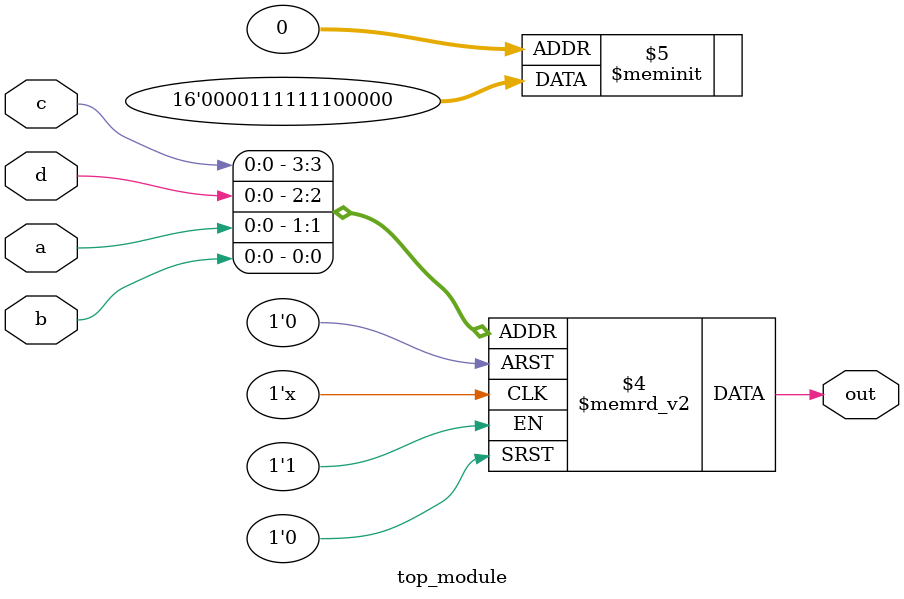
<source format=sv>
module top_module (
    input a, 
    input b,
    input c,
    input d,
    output reg out
);

always @(a or b or c or d) begin
    case ({c, d, a, b})
        4'b0000: out = 0;
        4'b0001: out = 0;
        4'b0010: out = 0;
        4'b0011: out = 0;
        4'b0100: out = 0;
        4'b0101: out = 1;
        4'b0110: out = 1;
        4'b0111: out = 1;
        4'b1000: out = 1;
        4'b1001: out = 1;
        4'b1010: out = 1;
        4'b1011: out = 1;
        4'b1100: out = 0;
        4'b1101: out = 0;
        4'b1110: out = 0;
        4'b1111: out = 0;
        default: out = 0;
    endcase
end

endmodule

</source>
